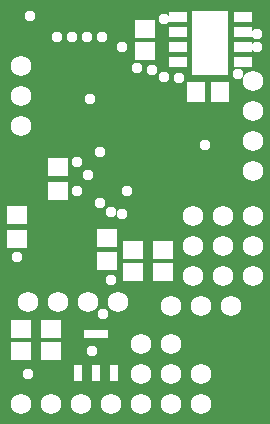
<source format=gbr>
G04 EAGLE Gerber RS-274X export*
G75*
%MOMM*%
%FSLAX34Y34*%
%LPD*%
%INSoldermask Bottom*%
%IPNEG*%
%AMOC8*
5,1,8,0,0,1.08239X$1,22.5*%
G01*
%ADD10R,3.021078X5.406137*%
%ADD11R,1.803200X1.503200*%
%ADD12R,1.703200X1.503200*%
%ADD13R,0.762000X1.397000*%
%ADD14R,2.032000X0.660400*%
%ADD15R,1.503200X0.903200*%
%ADD16R,1.503200X1.803200*%
%ADD17C,1.727200*%
%ADD18C,0.959600*%


D10*
X175699Y318008D03*
D11*
X47625Y213200D03*
X47625Y193200D03*
D12*
X41275Y76200D03*
X41275Y57200D03*
X15875Y76200D03*
X15875Y57200D03*
D13*
X94361Y38481D03*
X79375Y38481D03*
X64389Y38481D03*
D14*
X79375Y71882D03*
D15*
X203720Y314325D03*
X203720Y301625D03*
X203720Y327025D03*
X203720Y339725D03*
X148720Y314325D03*
X148720Y301625D03*
X148720Y327025D03*
X148720Y339725D03*
D12*
X120650Y330175D03*
X120650Y311175D03*
D16*
X164625Y276225D03*
X184625Y276225D03*
D17*
X15875Y298450D03*
X15875Y273050D03*
X15875Y247650D03*
X22225Y98425D03*
X47625Y98425D03*
X73025Y98425D03*
X98425Y98425D03*
X161925Y120650D03*
X187325Y120650D03*
X212725Y120650D03*
X142875Y95250D03*
X168275Y95250D03*
X193675Y95250D03*
X161925Y146050D03*
X187325Y146050D03*
X212725Y146050D03*
X117475Y12700D03*
X117475Y38100D03*
X142875Y12700D03*
X142875Y38100D03*
X168275Y12700D03*
X168275Y38100D03*
D12*
X136525Y142850D03*
X136525Y123850D03*
X111125Y142850D03*
X111125Y123850D03*
D17*
X15875Y12700D03*
X41275Y12700D03*
X66675Y12700D03*
X92075Y12700D03*
X212725Y209550D03*
X212725Y234950D03*
X212725Y260350D03*
X212725Y285750D03*
X161925Y171450D03*
X187325Y171450D03*
X212725Y171450D03*
D11*
X12720Y152184D03*
X12720Y172184D03*
X89042Y133104D03*
X89042Y153104D03*
D17*
X117683Y63602D03*
X143083Y63602D03*
D18*
X82550Y225425D03*
X82550Y182570D03*
X23851Y341368D03*
X84272Y322778D03*
X74732Y270307D03*
X71552Y322778D03*
X58875Y322778D03*
X46175Y322778D03*
X76200Y57150D03*
X92075Y117475D03*
X22225Y38100D03*
X63500Y216916D03*
X127000Y295275D03*
X105664Y192786D03*
X63500Y192786D03*
X171450Y231775D03*
X114483Y297337D03*
X101707Y314828D03*
X85862Y89042D03*
X12700Y136525D03*
X136743Y338679D03*
X199861Y291461D03*
X92075Y174635D03*
X137127Y288925D03*
X101600Y173040D03*
X149926Y288161D03*
X73025Y206375D03*
X216245Y314828D03*
X216245Y325958D03*
M02*

</source>
